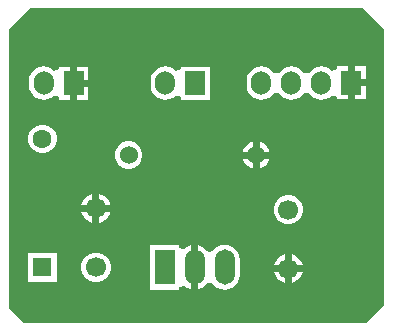
<source format=gbr>
G04*
G04 #@! TF.GenerationSoftware,Altium Limited,Altium Designer,25.1.2 (22)*
G04*
G04 Layer_Physical_Order=2*
G04 Layer_Color=16711680*
%FSLAX24Y24*%
%MOIN*%
G70*
G04*
G04 #@! TF.SameCoordinates,545F9C5F-1BCE-4890-BA7A-5F1D09497C19*
G04*
G04*
G04 #@! TF.FilePolarity,Positive*
G04*
G01*
G75*
%ADD18C,0.0630*%
%ADD19R,0.0630X0.0630*%
%ADD22C,0.0669*%
%ADD23O,0.0669X0.0787*%
%ADD24R,0.0669X0.0787*%
%ADD25R,0.0669X0.1181*%
%ADD26O,0.0669X0.1181*%
%ADD27C,0.0600*%
G36*
X30900Y47700D02*
Y38500D01*
X30300Y37900D01*
X18900D01*
X18400Y38400D01*
Y47700D01*
X19100Y48400D01*
X30200D01*
X30900Y47700D01*
D02*
G37*
%LPC*%
G36*
X28800Y46461D02*
X28672Y46444D01*
X28552Y46395D01*
X28449Y46316D01*
X28390Y46239D01*
X28300Y46224D01*
X28210Y46239D01*
X28151Y46316D01*
X28048Y46395D01*
X27928Y46444D01*
X27800Y46461D01*
X27672Y46444D01*
X27552Y46395D01*
X27449Y46316D01*
X27390Y46239D01*
X27300Y46224D01*
X27210Y46239D01*
X27151Y46316D01*
X27048Y46395D01*
X26928Y46444D01*
X26800Y46461D01*
X26672Y46444D01*
X26552Y46395D01*
X26449Y46316D01*
X26370Y46213D01*
X26321Y46093D01*
X26304Y45965D01*
Y45847D01*
X26321Y45718D01*
X26370Y45599D01*
X26449Y45496D01*
X26552Y45417D01*
X26672Y45367D01*
X26800Y45350D01*
X26928Y45367D01*
X27048Y45417D01*
X27151Y45496D01*
X27210Y45573D01*
X27300Y45587D01*
X27390Y45573D01*
X27449Y45496D01*
X27552Y45417D01*
X27672Y45367D01*
X27800Y45350D01*
X27928Y45367D01*
X28048Y45417D01*
X28151Y45496D01*
X28210Y45573D01*
X28300Y45587D01*
X28390Y45573D01*
X28449Y45496D01*
X28552Y45417D01*
X28672Y45367D01*
X28800Y45350D01*
X28928Y45367D01*
X29048Y45417D01*
X29151Y45496D01*
X29308Y45442D01*
Y45355D01*
X29682D01*
Y45906D01*
Y46457D01*
X29308D01*
Y46370D01*
X29151Y46316D01*
X29048Y46395D01*
X28928Y46444D01*
X28800Y46461D01*
D02*
G37*
G36*
X30292Y46457D02*
X29918D01*
Y46024D01*
X30292D01*
Y46457D01*
D02*
G37*
G36*
X21030Y46451D02*
X20656D01*
Y46018D01*
X21030D01*
Y46451D01*
D02*
G37*
G36*
X30292Y45788D02*
X29918D01*
Y45355D01*
X30292D01*
Y45788D01*
D02*
G37*
G36*
X23600Y46455D02*
X23472Y46439D01*
X23352Y46389D01*
X23249Y46310D01*
X23170Y46207D01*
X23121Y46088D01*
X23104Y45959D01*
Y45841D01*
X23121Y45712D01*
X23170Y45593D01*
X23249Y45490D01*
X23352Y45411D01*
X23472Y45361D01*
X23600Y45345D01*
X23728Y45361D01*
X23848Y45411D01*
X23951Y45490D01*
X24108Y45436D01*
Y45349D01*
X25092D01*
Y46451D01*
X24108D01*
Y46364D01*
X23951Y46310D01*
X23848Y46389D01*
X23728Y46439D01*
X23600Y46455D01*
D02*
G37*
G36*
X21030Y45782D02*
X20656D01*
Y45349D01*
X21030D01*
Y45782D01*
D02*
G37*
G36*
X19538Y46455D02*
X19410Y46439D01*
X19290Y46389D01*
X19187Y46310D01*
X19108Y46207D01*
X19059Y46088D01*
X19042Y45959D01*
Y45841D01*
X19059Y45712D01*
X19108Y45593D01*
X19187Y45490D01*
X19290Y45411D01*
X19410Y45361D01*
X19538Y45345D01*
X19667Y45361D01*
X19786Y45411D01*
X19889Y45490D01*
X20046Y45436D01*
Y45349D01*
X20420D01*
Y45900D01*
Y46451D01*
X20046D01*
Y46364D01*
X19889Y46310D01*
X19786Y46389D01*
X19667Y46439D01*
X19538Y46455D01*
D02*
G37*
G36*
X26744Y43942D02*
Y43618D01*
X27068D01*
X27052Y43677D01*
X26992Y43781D01*
X26907Y43866D01*
X26803Y43926D01*
X26744Y43942D01*
D02*
G37*
G36*
X26508D02*
X26449Y43926D01*
X26345Y43866D01*
X26260Y43781D01*
X26200Y43677D01*
X26184Y43618D01*
X26508D01*
Y43942D01*
D02*
G37*
G36*
X19562Y44513D02*
X19438D01*
X19318Y44481D01*
X19210Y44419D01*
X19122Y44331D01*
X19060Y44223D01*
X19028Y44103D01*
Y43979D01*
X19060Y43859D01*
X19122Y43751D01*
X19210Y43663D01*
X19318Y43601D01*
X19438Y43569D01*
X19562D01*
X19682Y43601D01*
X19790Y43663D01*
X19878Y43751D01*
X19940Y43859D01*
X19972Y43979D01*
Y44103D01*
X19940Y44223D01*
X19878Y44331D01*
X19790Y44419D01*
X19682Y44481D01*
X19562Y44513D01*
D02*
G37*
G36*
X27068Y43382D02*
X26744D01*
Y43058D01*
X26803Y43074D01*
X26907Y43134D01*
X26992Y43219D01*
X27052Y43323D01*
X27068Y43382D01*
D02*
G37*
G36*
X26508D02*
X26184D01*
X26200Y43323D01*
X26260Y43219D01*
X26345Y43134D01*
X26449Y43074D01*
X26508Y43058D01*
Y43382D01*
D02*
G37*
G36*
X22434Y43957D02*
X22314D01*
X22197Y43926D01*
X22093Y43866D01*
X22008Y43781D01*
X21948Y43677D01*
X21917Y43560D01*
Y43440D01*
X21948Y43323D01*
X22008Y43219D01*
X22093Y43134D01*
X22197Y43074D01*
X22314Y43043D01*
X22434D01*
X22551Y43074D01*
X22655Y43134D01*
X22740Y43219D01*
X22800Y43323D01*
X22831Y43440D01*
Y43560D01*
X22800Y43677D01*
X22740Y43781D01*
X22655Y43866D01*
X22551Y43926D01*
X22434Y43957D01*
D02*
G37*
G36*
X21399Y42205D02*
Y41846D01*
X21759D01*
X21739Y41918D01*
X21675Y42030D01*
X21583Y42121D01*
X21471Y42186D01*
X21399Y42205D01*
D02*
G37*
G36*
X21163D02*
X21091Y42186D01*
X20979Y42121D01*
X20887Y42030D01*
X20822Y41918D01*
X20803Y41846D01*
X21163D01*
Y42205D01*
D02*
G37*
G36*
X21759Y41609D02*
X21399D01*
Y41250D01*
X21471Y41269D01*
X21583Y41334D01*
X21675Y41425D01*
X21739Y41538D01*
X21759Y41609D01*
D02*
G37*
G36*
X21163D02*
X20803D01*
X20822Y41538D01*
X20887Y41425D01*
X20979Y41334D01*
X21091Y41269D01*
X21163Y41250D01*
Y41609D01*
D02*
G37*
G36*
X27765Y42176D02*
X27635D01*
X27510Y42143D01*
X27398Y42078D01*
X27306Y41986D01*
X27241Y41874D01*
X27208Y41749D01*
Y41619D01*
X27241Y41494D01*
X27306Y41382D01*
X27398Y41290D01*
X27510Y41226D01*
X27635Y41192D01*
X27765D01*
X27890Y41226D01*
X28002Y41290D01*
X28094Y41382D01*
X28159Y41494D01*
X28192Y41619D01*
Y41749D01*
X28159Y41874D01*
X28094Y41986D01*
X28002Y42078D01*
X27890Y42143D01*
X27765Y42176D01*
D02*
G37*
G36*
X25575Y40511D02*
X25447Y40494D01*
X25327Y40445D01*
X25224Y40366D01*
X25165Y40289D01*
X25075Y40274D01*
X24985Y40289D01*
X24926Y40366D01*
X24823Y40445D01*
X24703Y40494D01*
X24693Y40496D01*
Y39759D01*
Y39022D01*
X24703Y39024D01*
X24823Y39073D01*
X24926Y39152D01*
X24985Y39229D01*
X25075Y39244D01*
X25165Y39229D01*
X25224Y39152D01*
X25327Y39073D01*
X25447Y39024D01*
X25575Y39007D01*
X25703Y39024D01*
X25823Y39073D01*
X25926Y39152D01*
X26005Y39255D01*
X26054Y39375D01*
X26071Y39503D01*
Y40015D01*
X26054Y40143D01*
X26005Y40263D01*
X25926Y40366D01*
X25823Y40445D01*
X25703Y40494D01*
X25575Y40511D01*
D02*
G37*
G36*
X27818Y40194D02*
Y39834D01*
X28178D01*
X28159Y39906D01*
X28094Y40018D01*
X28002Y40110D01*
X27890Y40174D01*
X27818Y40194D01*
D02*
G37*
G36*
X27582D02*
X27510Y40174D01*
X27398Y40110D01*
X27306Y40018D01*
X27241Y39906D01*
X27222Y39834D01*
X27582D01*
Y40194D01*
D02*
G37*
G36*
X19972Y40231D02*
X19028D01*
Y39287D01*
X19972D01*
Y40231D01*
D02*
G37*
G36*
X21346Y40251D02*
X21216D01*
X21091Y40218D01*
X20979Y40153D01*
X20887Y40061D01*
X20822Y39949D01*
X20789Y39824D01*
Y39694D01*
X20822Y39569D01*
X20887Y39457D01*
X20979Y39365D01*
X21091Y39300D01*
X21216Y39267D01*
X21346D01*
X21471Y39300D01*
X21583Y39365D01*
X21675Y39457D01*
X21739Y39569D01*
X21773Y39694D01*
Y39824D01*
X21739Y39949D01*
X21675Y40061D01*
X21583Y40153D01*
X21471Y40218D01*
X21346Y40251D01*
D02*
G37*
G36*
X28178Y39598D02*
X27818D01*
Y39238D01*
X27890Y39257D01*
X28002Y39322D01*
X28094Y39414D01*
X28159Y39526D01*
X28178Y39598D01*
D02*
G37*
G36*
X27582D02*
X27222D01*
X27241Y39526D01*
X27306Y39414D01*
X27398Y39322D01*
X27510Y39257D01*
X27582Y39238D01*
Y39598D01*
D02*
G37*
G36*
X24067Y40507D02*
X23083D01*
Y39011D01*
X24067D01*
Y39098D01*
X24224Y39152D01*
X24327Y39073D01*
X24447Y39024D01*
X24457Y39022D01*
Y39759D01*
Y40496D01*
X24447Y40494D01*
X24327Y40445D01*
X24224Y40366D01*
X24067Y40420D01*
Y40507D01*
D02*
G37*
%LPD*%
D18*
X19500Y44041D02*
D03*
D19*
Y39759D02*
D03*
D22*
X27700Y41684D02*
D03*
Y39716D02*
D03*
X21281Y39759D02*
D03*
Y41728D02*
D03*
D23*
X23600Y45900D02*
D03*
X27800Y45906D02*
D03*
X28800D02*
D03*
X26800D02*
D03*
X19538Y45900D02*
D03*
D24*
X24600D02*
D03*
X29800Y45906D02*
D03*
X20538Y45900D02*
D03*
D25*
X23575Y39759D02*
D03*
D26*
X24575D02*
D03*
X25575D02*
D03*
D27*
X22374Y43500D02*
D03*
X26626D02*
D03*
M02*

</source>
